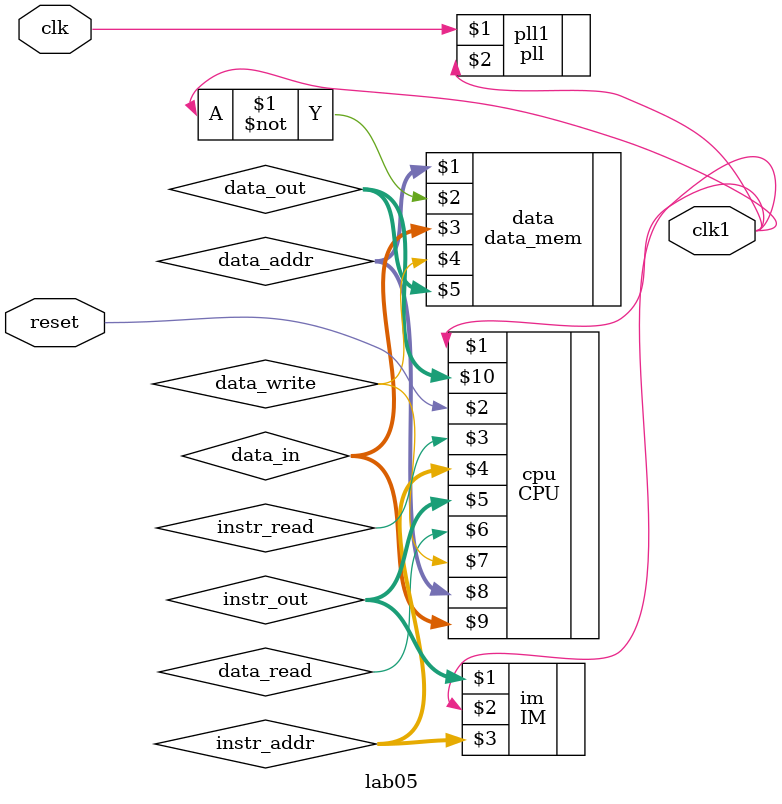
<source format=v>
module lab05(reset, clk, clk1);

input clk;
output clk1;
input reset;

wire instr_read;
wire [31:0]instr_addr;
wire [31:0]instr_out;
wire data_read;
wire data_write;
wire [31:0]data_addr;
wire [31:0]data_in;
wire [31:0]data_out;

pll pll1(clk, clk1);

CPU cpu(clk1, reset, instr_read, instr_addr, instr_out, data_read, data_write, data_addr, data_in, data_out);

IM im(instr_out, clk1, instr_addr);

data_mem data(data_addr, ~clk1, data_in, data_write, data_out);

endmodule 

</source>
